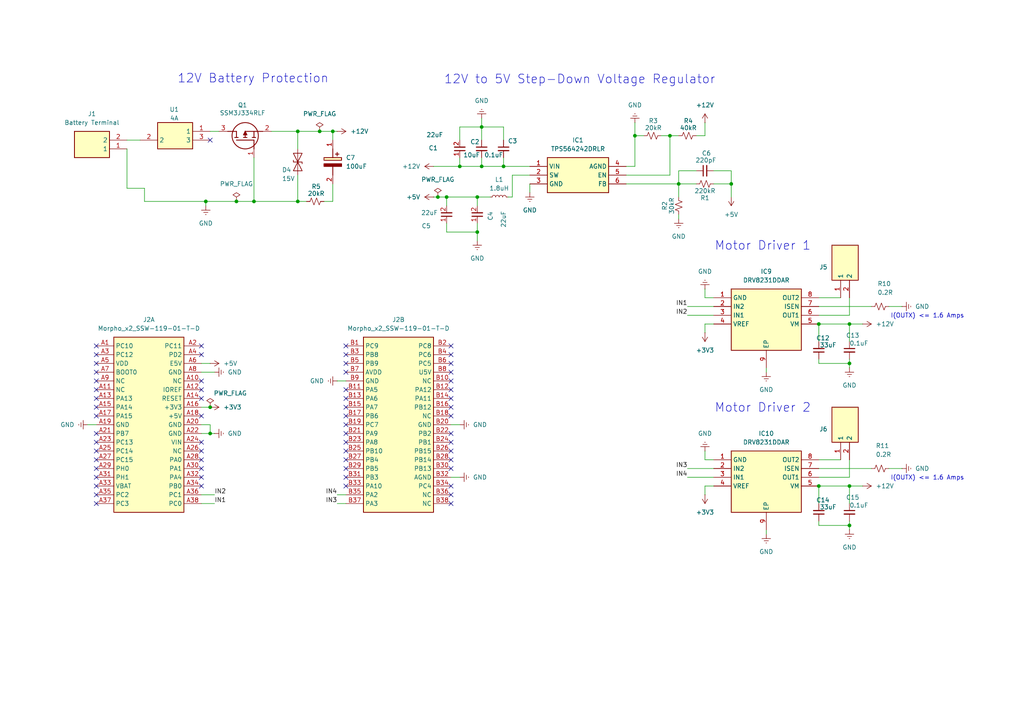
<source format=kicad_sch>
(kicad_sch (version 20250114) (generator "eeschema") (generator_version "9.0")
  (paper "A4")
  (text "I(OUTX) <= 1.6 Amps\n\n" (at 268.986 92.71 0) (effects (font (size 1.27 1.27))))
  (text "Motor Driver 2\n" (at 221.234 118.364 0) (effects (font (size 2.54 2.54))))
  (text "12V to 5V Step-Down Voltage Regulator\n" (at 168.148 23.114 0) (effects (font (size 2.54 2.54))))
  (text "Motor Driver 1\n" (at 221.234 71.374 0) (effects (font (size 2.54 2.54))))
  (text "I(OUTX) <= 1.6 Amps\n\n" (at 268.986 139.7 0) (effects (font (size 1.27 1.27))))
  (text "12V Battery Protection\n" (at 73.406 22.86 0) (effects (font (size 2.54 2.54))))
  (junction (at 60.96 118.11))
  (junction (at 59.69 58.42))
  (junction (at 194.31 39.37))
  (junction (at 146.05 48.26))
  (junction (at 139.7 36.83))
  (junction (at 246.38 140.97))
  (junction (at 246.38 152.4))
  (junction (at 184.15 39.37))
  (junction (at 92.71 38.1))
  (junction (at 96.52 38.1))
  (junction (at 127 57.15))
  (junction (at 196.85 53.34))
  (junction (at 86.36 38.1))
  (junction (at 86.36 58.42))
  (junction (at 237.49 93.98))
  (junction (at 138.43 57.15))
  (junction (at 212.09 53.34))
  (junction (at 246.38 105.41))
  (junction (at 133.35 48.26))
  (junction (at 237.49 140.97))
  (junction (at 68.58 58.42))
  (junction (at 73.66 58.42))
  (junction (at 139.7 48.26))
  (junction (at 246.38 93.98))
  (junction (at 129.54 57.15))
  (junction (at 60.96 125.73))
  (junction (at 138.43 67.31))
  (no_connect (at 130.81 146.05))
  (no_connect (at 100.33 138.43))
  (no_connect (at 100.33 113.03))
  (no_connect (at 58.42 110.49))
  (no_connect (at 58.42 140.97))
  (no_connect (at 100.33 123.19))
  (no_connect (at 27.94 110.49))
  (no_connect (at 27.94 105.41))
  (no_connect (at 27.94 115.57))
  (no_connect (at 27.94 102.87))
  (no_connect (at 130.81 118.11))
  (no_connect (at 130.81 135.89))
  (no_connect (at 27.94 128.27))
  (no_connect (at 27.94 100.33))
  (no_connect (at 130.81 133.35))
  (no_connect (at 60.96 40.64))
  (no_connect (at 27.94 120.65))
  (no_connect (at 27.94 146.05))
  (no_connect (at 27.94 143.51))
  (no_connect (at 100.33 115.57))
  (no_connect (at 130.81 128.27))
  (no_connect (at 100.33 120.65))
  (no_connect (at 58.42 113.03))
  (no_connect (at 130.81 120.65))
  (no_connect (at 130.81 100.33))
  (no_connect (at 130.81 143.51))
  (no_connect (at 27.94 133.35))
  (no_connect (at 130.81 110.49))
  (no_connect (at 100.33 118.11))
  (no_connect (at 130.81 105.41))
  (no_connect (at 100.33 102.87))
  (no_connect (at 27.94 118.11))
  (no_connect (at 130.81 130.81))
  (no_connect (at 100.33 135.89))
  (no_connect (at 130.81 102.87))
  (no_connect (at 27.94 113.03))
  (no_connect (at 27.94 107.95))
  (no_connect (at 100.33 105.41))
  (no_connect (at 58.42 115.57))
  (no_connect (at 27.94 125.73))
  (no_connect (at 27.94 130.81))
  (no_connect (at 27.94 135.89))
  (no_connect (at 100.33 107.95))
  (no_connect (at 58.42 102.87))
  (no_connect (at 100.33 130.81))
  (no_connect (at 58.42 130.81))
  (no_connect (at 130.81 113.03))
  (no_connect (at 58.42 135.89))
  (no_connect (at 100.33 133.35))
  (no_connect (at 130.81 125.73))
  (no_connect (at 100.33 140.97))
  (no_connect (at 58.42 120.65))
  (no_connect (at 58.42 100.33))
  (no_connect (at 58.42 133.35))
  (no_connect (at 58.42 128.27))
  (no_connect (at 130.81 115.57))
  (no_connect (at 58.42 138.43))
  (no_connect (at 27.94 140.97))
  (no_connect (at 100.33 125.73))
  (no_connect (at 100.33 128.27))
  (no_connect (at 27.94 138.43))
  (no_connect (at 130.81 107.95))
  (no_connect (at 100.33 100.33))
  (no_connect (at 130.81 140.97))
  (wire (pts (xy 58.42 123.19) (xy 60.96 123.19)))
  (wire (pts (xy 133.35 36.83) (xy 139.7 36.83)))
  (wire (pts (xy 246.38 140.97) (xy 246.38 146.05)))
  (wire (pts (xy 246.38 152.4) (xy 246.38 153.67)))
  (wire (pts (xy 146.05 48.26) (xy 153.67 48.26)))
  (wire (pts (xy 97.79 146.05) (xy 100.33 146.05)))
  (wire (pts (xy 129.54 57.15) (xy 129.54 59.69)))
  (wire (pts (xy 148.59 50.8) (xy 148.59 57.15)))
  (wire (pts (xy 58.42 125.73) (xy 60.96 125.73)))
  (wire (pts (xy 138.43 57.15) (xy 129.54 57.15)))
  (wire (pts (xy 237.49 104.14) (xy 237.49 105.41)))
  (wire (pts (xy 181.61 48.26) (xy 184.15 48.26)))
  (wire (pts (xy 181.61 53.34) (xy 196.85 53.34)))
  (wire (pts (xy 139.7 36.83) (xy 146.05 36.83)))
  (wire (pts (xy 97.79 143.51) (xy 100.33 143.51)))
  (wire (pts (xy 184.15 39.37) (xy 186.69 39.37)))
  (wire (pts (xy 68.58 58.42) (xy 73.66 58.42)))
  (wire (pts (xy 139.7 45.72) (xy 139.7 48.26)))
  (wire (pts (xy 139.7 34.29) (xy 139.7 36.83)))
  (wire (pts (xy 139.7 36.83) (xy 139.7 40.64)))
  (wire (pts (xy 194.31 50.8) (xy 181.61 50.8)))
  (wire (pts (xy 60.96 38.1) (xy 63.5 38.1)))
  (wire (pts (xy 204.47 86.36) (xy 204.47 83.82)))
  (wire (pts (xy 36.83 54.61) (xy 41.91 54.61)))
  (wire (pts (xy 153.67 53.34) (xy 153.67 55.88)))
  (wire (pts (xy 207.01 53.34) (xy 212.09 53.34)))
  (wire (pts (xy 58.42 143.51) (xy 62.23 143.51)))
  (wire (pts (xy 96.52 38.1) (xy 96.52 40.64)))
  (wire (pts (xy 246.38 138.43) (xy 246.38 133.35)))
  (wire (pts (xy 58.42 107.95) (xy 62.23 107.95)))
  (wire (pts (xy 204.47 39.37) (xy 201.93 39.37)))
  (wire (pts (xy 207.01 49.53) (xy 212.09 49.53)))
  (wire (pts (xy 246.38 93.98) (xy 250.19 93.98)))
  (wire (pts (xy 96.52 38.1) (xy 97.79 38.1)))
  (wire (pts (xy 199.39 138.43) (xy 207.01 138.43)))
  (wire (pts (xy 41.91 58.42) (xy 41.91 54.61)))
  (wire (pts (xy 246.38 91.44) (xy 246.38 86.36)))
  (wire (pts (xy 25.4 123.19) (xy 27.94 123.19)))
  (wire (pts (xy 246.38 105.41) (xy 246.38 106.68)))
  (wire (pts (xy 138.43 57.15) (xy 138.43 59.69)))
  (wire (pts (xy 133.35 48.26) (xy 139.7 48.26)))
  (wire (pts (xy 237.49 88.9) (xy 252.73 88.9)))
  (wire (pts (xy 125.73 57.15) (xy 127 57.15)))
  (wire (pts (xy 204.47 93.98) (xy 204.47 96.52)))
  (wire (pts (xy 204.47 35.56) (xy 204.47 39.37)))
  (wire (pts (xy 138.43 67.31) (xy 138.43 64.77)))
  (wire (pts (xy 237.49 105.41) (xy 246.38 105.41)))
  (wire (pts (xy 246.38 105.41) (xy 246.38 104.14)))
  (wire (pts (xy 41.91 58.42) (xy 59.69 58.42)))
  (wire (pts (xy 207.01 86.36) (xy 204.47 86.36)))
  (wire (pts (xy 207.01 93.98) (xy 204.47 93.98)))
  (wire (pts (xy 257.81 135.89) (xy 261.62 135.89)))
  (wire (pts (xy 125.73 48.26) (xy 133.35 48.26)))
  (wire (pts (xy 196.85 53.34) (xy 196.85 57.15)))
  (wire (pts (xy 237.49 86.36) (xy 243.84 86.36)))
  (wire (pts (xy 184.15 39.37) (xy 184.15 35.56)))
  (wire (pts (xy 246.38 93.98) (xy 246.38 99.06)))
  (wire (pts (xy 86.36 58.42) (xy 88.9 58.42)))
  (wire (pts (xy 207.01 133.35) (xy 204.47 133.35)))
  (wire (pts (xy 237.49 93.98) (xy 237.49 99.06)))
  (wire (pts (xy 60.96 123.19) (xy 60.96 125.73)))
  (wire (pts (xy 73.66 58.42) (xy 86.36 58.42)))
  (wire (pts (xy 246.38 152.4) (xy 246.38 151.13)))
  (wire (pts (xy 196.85 49.53) (xy 196.85 53.34)))
  (wire (pts (xy 237.49 93.98) (xy 246.38 93.98)))
  (wire (pts (xy 130.81 138.43) (xy 133.35 138.43)))
  (wire (pts (xy 96.52 53.34) (xy 96.52 58.42)))
  (wire (pts (xy 237.49 152.4) (xy 246.38 152.4)))
  (wire (pts (xy 196.85 62.23) (xy 196.85 63.5)))
  (wire (pts (xy 93.98 58.42) (xy 96.52 58.42)))
  (wire (pts (xy 92.71 38.1) (xy 96.52 38.1)))
  (wire (pts (xy 130.81 123.19) (xy 133.35 123.19)))
  (wire (pts (xy 138.43 67.31) (xy 138.43 69.85)))
  (wire (pts (xy 97.79 110.49) (xy 100.33 110.49)))
  (wire (pts (xy 153.67 50.8) (xy 148.59 50.8)))
  (wire (pts (xy 86.36 38.1) (xy 86.36 43.18)))
  (wire (pts (xy 199.39 91.44) (xy 207.01 91.44)))
  (wire (pts (xy 204.47 140.97) (xy 204.47 143.51)))
  (wire (pts (xy 191.77 39.37) (xy 194.31 39.37)))
  (wire (pts (xy 86.36 38.1) (xy 92.71 38.1)))
  (wire (pts (xy 147.32 57.15) (xy 148.59 57.15)))
  (wire (pts (xy 58.42 118.11) (xy 60.96 118.11)))
  (wire (pts (xy 184.15 48.26) (xy 184.15 39.37)))
  (wire (pts (xy 194.31 39.37) (xy 196.85 39.37)))
  (wire (pts (xy 201.93 49.53) (xy 196.85 49.53)))
  (wire (pts (xy 204.47 133.35) (xy 204.47 130.81)))
  (wire (pts (xy 129.54 64.77) (xy 129.54 67.31)))
  (wire (pts (xy 257.81 88.9) (xy 261.62 88.9)))
  (wire (pts (xy 60.96 125.73) (xy 62.23 125.73)))
  (wire (pts (xy 58.42 146.05) (xy 62.23 146.05)))
  (wire (pts (xy 58.42 105.41) (xy 60.96 105.41)))
  (wire (pts (xy 59.69 58.42) (xy 59.69 59.69)))
  (wire (pts (xy 212.09 57.15) (xy 212.09 53.34)))
  (wire (pts (xy 133.35 45.72) (xy 133.35 48.26)))
  (wire (pts (xy 196.85 53.34) (xy 201.93 53.34)))
  (wire (pts (xy 222.25 153.67) (xy 222.25 154.94)))
  (wire (pts (xy 146.05 36.83) (xy 146.05 40.64)))
  (wire (pts (xy 237.49 91.44) (xy 246.38 91.44)))
  (wire (pts (xy 36.83 40.64) (xy 40.64 40.64)))
  (wire (pts (xy 237.49 135.89) (xy 252.73 135.89)))
  (wire (pts (xy 222.25 106.68) (xy 222.25 107.95)))
  (wire (pts (xy 142.24 57.15) (xy 138.43 57.15)))
  (wire (pts (xy 139.7 48.26) (xy 146.05 48.26)))
  (wire (pts (xy 59.69 58.42) (xy 68.58 58.42)))
  (wire (pts (xy 146.05 45.72) (xy 146.05 48.26)))
  (wire (pts (xy 237.49 138.43) (xy 246.38 138.43)))
  (wire (pts (xy 207.01 140.97) (xy 204.47 140.97)))
  (wire (pts (xy 133.35 40.64) (xy 133.35 36.83)))
  (wire (pts (xy 73.66 45.72) (xy 73.66 58.42)))
  (wire (pts (xy 237.49 133.35) (xy 243.84 133.35)))
  (wire (pts (xy 246.38 140.97) (xy 250.19 140.97)))
  (wire (pts (xy 199.39 88.9) (xy 207.01 88.9)))
  (wire (pts (xy 127 57.15) (xy 129.54 57.15)))
  (wire (pts (xy 237.49 140.97) (xy 246.38 140.97)))
  (wire (pts (xy 237.49 151.13) (xy 237.49 152.4)))
  (wire (pts (xy 78.74 38.1) (xy 86.36 38.1)))
  (wire (pts (xy 237.49 140.97) (xy 237.49 146.05)))
  (wire (pts (xy 86.36 50.8) (xy 86.36 58.42)))
  (wire (pts (xy 199.39 135.89) (xy 207.01 135.89)))
  (wire (pts (xy 194.31 39.37) (xy 194.31 50.8)))
  (wire (pts (xy 36.83 43.18) (xy 36.83 54.61)))
  (wire (pts (xy 212.09 49.53) (xy 212.09 53.34)))
  (wire (pts (xy 129.54 67.31) (xy 138.43 67.31)))
  (label "IN3" (at 97.79 146.05 180))
  (label "IN2" (at 199.39 91.44 180))
  (label "IN1" (at 62.23 146.05 0))
  (label "IN4" (at 199.39 138.43 180))
  (label "IN1" (at 199.39 88.9 180))
  (label "IN4" (at 97.79 143.51 180))
  (label "IN2" (at 62.23 143.51 0))
  (label "IN3" (at 199.39 135.89 180))
  (symbol (lib_id "JAARK_lib:CL21B104KBCNNNC") (at 138.43 71.12 90) (unit 1)
    (property "Reference" "C4" (at 142.24 64.008 0) (effects (justify left)))
    (property "Value" "22uF" (at 146.05 66.04 0) (effects (justify left)))
    (property "Footprint" "JAARK_lib:CAPC2012X95N" (effects (hide yes)))
    (property "Description" "Unpolarized capacitor, small symbol" (effects (hide yes)))
    (property "Height" "0.95" (effects (hide yes)))
    (property "Manufacturer_Name" "SAMSUNG" (effects (hide yes)))
    (property "Manufacturer_Part_Number" "CL21B104KBCNNNC" (effects (hide yes)))
    (property "Mouser Part Number" "187-CL21B104KBCNNNC" (effects (hide yes)))
    (property "Mouser Price/Stock" "https://www.mouser.co.uk/ProductDetail/Samsung-Electro-Mechanics/CL21B104KBCNNNC?qs=349EhDEZ59pEfpnm5yBEmQ%3D%3D" (effects (hide yes)))
    (property "Arrow Part Number" "CL21B104KBCNNNC" (effects (hide yes)))
    (property "Arrow Price/Stock" "https://www.arrow.com/en/products/cl21b104kbcnnnc/samsung-electro-mechanics?utm_currency=USD&region=nac" (effects (hide yes)))
  )
  (symbol (lib_id "power:GNDREF") (at 25.4 123.19 270) (unit 1)
    (property "Reference" "#PWR045" (effects (hide yes)))
    (property "Value" "GND" (at 21.59 123.1899 90) (effects (justify right)))
    (property "Description" "Power symbol creates a global label with name \"GNDREF\" , reference supply ground" (effects (hide yes)))
  )
  (symbol (lib_id "JAARK_lib:DRV8231DDAR") (at 207.01 133.35 0) (unit 1)
    (property "Reference" "IC10" (at 222.25 125.73 0))
    (property "Value" "DRV8231DDAR" (at 222.25 128.27 0))
    (property "Footprint" "JAARK_lib:SOIC127P600X170-9N" (effects (hide yes)))
    (property "Datasheet" "https://www.ti.com/lit/ds/symlink/drv8231.pdf?HQS=dis-mous-null-mousermode-dsf-pf-null-wwe&ts=1677835700436&ref_url=https%253A%252F%252Fwww.mouser.ch%252F" (effects (hide yes)))
    (property "Description" "Motor Drives 33V H bridge motor driver with current regulation" (effects (hide yes)))
    (property "Height" "1.7" (effects (hide yes)))
    (property "Manufacturer_Name" "Texas Instruments" (effects (hide yes)))
    (property "Manufacturer_Part_Number" "DRV8231DDAR" (effects (hide yes)))
    (property "Mouser Part Number" "595-DRV8231DDAR" (effects (hide yes)))
    (property "Mouser Price/Stock" "https://www.mouser.co.uk/ProductDetail/Texas-Instruments/DRV8231DDAR?qs=Li%252BoUPsLEntrWPqBKwBOfA%3D%3D" (effects (hide yes)))
    (property "Arrow Part Number" "DRV8231DDAR" (effects (hide yes)))
    (property "Arrow Price/Stock" "https://www.arrow.com/en/products/drv8231ddar/texas-instruments?region=nac" (effects (hide yes)))
  )
  (symbol (lib_id "power:+5V") (at 212.09 57.15 180) (unit 1)
    (property "Reference" "#PWR06" (effects (hide yes)))
    (property "Value" "+5V" (at 212.09 62.23 0))
    (property "Description" "Power symbol creates a global label with name \"+5V\"" (effects (hide yes)))
  )
  (symbol (lib_id "SSys_Parts:1984617") (at 36.83 43.18 180) (unit 1) (exclude_from_sim yes)
    (property "Reference" "J1" (at 26.67 33.02 0))
    (property "Value" "Battery Terminal" (at 26.67 35.56 0))
    (property "Footprint" "JAARK_lib:1984617" (effects (hide yes)))
    (property "Datasheet" "https://datasheet.datasheetarchive.com/originals/distributors/Datasheets-DGA17/1074867.pdf" (effects (hide yes)))
    (property "Description" "PCB terminal block, Nominal current: 17.5 A, Nom. voltage: 200 V, Pitch: 3.5 mm, Number of positions: 2, Connection method: Screw connection with wire protector, Mounting: Wave soldering, Conductor/PCB connection direction: 0 , Color: green" (effects (hide yes)))
    (property "Height" "9.3" (effects (hide yes)))
    (property "Manufacturer_Name" "Phoenix Contact" (effects (hide yes)))
    (property "Manufacturer_Part_Number" "1984617" (effects (hide yes)))
    (property "Mouser Part Number" "651-1984617" (effects (hide yes)))
    (property "Mouser Price/Stock" "https://www.mouser.co.uk/ProductDetail/Phoenix-Contact/1984617?qs=ATjOrvm3mOhUrGlJQoUcpQ%3D%3D" (effects (hide yes)))
    (property "Arrow Part Number" "1984617" (effects (hide yes)))
    (property "Arrow Price/Stock" "https://www.arrow.com/en/products/1984617/phoenix-contact?utm_currency=USD&region=nac" (effects (hide yes)))
    (property "Sim.Device" "V" (effects (hide yes)))
    (property "Sim.Type" "DC" (effects (hide yes)))
    (property "Sim.Pins" "1=- 2=+" (effects (hide yes)))
    (property "Sim.Params" "dc=12" (effects (hide yes)))
  )
  (symbol (lib_id "Device:C_Small") (at 237.49 148.59 180) (unit 1)
    (property "Reference" "C14" (at 236.728 145.034 0) (effects (justify right)))
    (property "Value" "33uF" (at 237.744 147.066 0) (effects (justify right)))
    (property "Footprint" "JAARK_lib:CAPC3216X180N" (effects (hide yes)))
    (property "Description" "Unpolarized capacitor, small symbol" (effects (hide yes)))
    (property "Height" "1.8" (effects (hide yes)))
    (property "Manufacturer_Name" "TDK" (effects (hide yes)))
    (property "Manufacturer_Part_Number" "C3216X5R1E336M160AC" (effects (hide yes)))
    (property "Mouser Part Number" "810-C3216X5R1E336M" (effects (hide yes)))
    (property "Mouser Price/Stock" "https://www.mouser.co.uk/ProductDetail/TDK/C3216X5R1E336M160AC?qs=LcTL%2F5vFEzFIMvFz4LzwTw%3D%3D" (effects (hide yes)))
    (property "Arrow Part Number" "C3216X5R1E336M160AC" (effects (hide yes)))
    (property "Arrow Price/Stock" "https://www.arrow.com/en/products/c3216x5r1e336m160ac/tdk" (effects (hide yes)))
  )
  (symbol (lib_id "power:GNDREF") (at 196.85 63.5 0) (unit 1)
    (property "Reference" "#PWR07" (effects (hide yes)))
    (property "Value" "GND" (at 196.85 68.58 0))
    (property "Description" "Power symbol creates a global label with name \"GNDREF\" , reference supply ground" (effects (hide yes)))
  )
  (symbol (lib_id "power:+12V") (at 97.79 38.1 270) (unit 1)
    (property "Reference" "#PWR011" (effects (hide yes)))
    (property "Value" "+12V" (at 101.6 38.0999 90) (effects (justify left)))
    (property "Description" "Power symbol creates a global label with name \"+12V\"" (effects (hide yes)))
  )
  (symbol (lib_id "power:+12V") (at 250.19 93.98 270) (unit 1)
    (property "Reference" "#PWR033" (effects (hide yes)))
    (property "Value" "+12V" (at 254 93.9799 90) (effects (justify left)))
    (property "Description" "Power symbol creates a global label with name \"+12V\"" (effects (hide yes)))
  )
  (symbol (lib_id "power:GNDREF") (at 204.47 130.81 180) (unit 1)
    (property "Reference" "#PWR036" (effects (hide yes)))
    (property "Value" "GND" (at 204.47 125.73 0))
    (property "Description" "Power symbol creates a global label with name \"GNDREF\" , reference supply ground" (effects (hide yes)))
  )
  (symbol (lib_id "JAARK_lib:R_Small_US") (at 255.27 88.9 90) (unit 1)
    (property "Reference" "R10" (at 254.508 82.296 90) (effects (justify right)))
    (property "Value" "0.2R" (at 254.508 84.836 90) (effects (justify right)))
    (property "Footprint" "JAARK_lib:RESC2013X65N" (effects (hide yes)))
    (property "Datasheet" "http://componentsearchengine.com/Datasheets/1/RL1220S-R20-F.pdf" (effects (hide yes)))
    (property "Description" "RESISTOR, 0805 0.2 Ohm +/- 1% 1/4W" (effects (hide yes)))
    (property "Manufacturer_Name" "Susumu" (effects (hide yes)))
    (property "Manufacturer_Part_Number" "RL1220S-R20-F" (effects (hide yes)))
    (property "Mouser Part Number" "754-RL1220S-R20-F" (effects (hide yes)))
    (property "Mouser Price/Stock" "https://www.mouser.co.uk/ProductDetail/Susumu/RL1220S-R20-F?qs=CJ5eSktU8iwMi0y7Brie5g%3D%3D" (effects (hide yes)))
  )
  (symbol (lib_id "power:GNDREF") (at 59.69 59.69 0) (unit 1)
    (property "Reference" "#PWR010" (effects (hide yes)))
    (property "Value" "GND" (at 59.69 64.77 0))
    (property "Description" "Power symbol creates a global label with name \"GNDREF\" , reference supply ground" (effects (hide yes)))
  )
  (symbol (lib_id "power:PWR_FLAG") (at 92.71 38.1 0) (unit 1)
    (property "Reference" "#FLG03" (effects (hide yes)))
    (property "Value" "PWR_FLAG" (at 92.71 33.02 0))
    (property "Description" "Special symbol for telling ERC where power comes from" (effects (hide yes)))
  )
  (symbol (lib_id "Device:L_Small") (at 144.78 57.15 90) (unit 1)
    (property "Reference" "L1" (at 144.78 52.07 90))
    (property "Value" "1.8uH" (at 144.78 54.61 90))
    (property "Footprint" "JAARK_lib:INDPM4141X200N" (effects (hide yes)))
    (property "Description" "Inductor, small symbol" (effects (hide yes)))
    (property "Height" "2" (effects (hide yes)))
    (property "Manufacturer_Name" "Wurth Elektronik" (effects (hide yes)))
    (property "Manufacturer_Part_Number" "74438356018" (effects (hide yes)))
    (property "Mouser Part Number" "710-74438356018" (effects (hide yes)))
    (property "Mouser Price/Stock" "https://www.mouser.co.uk/ProductDetail/Wurth-Elektronik/74438356018?qs=E1W0Z3PUSacWr7bOT88XTQ%3D%3D" (effects (hide yes)))
  )
  (symbol (lib_id "power:GNDREF") (at 246.38 106.68 0) (unit 1)
    (property "Reference" "#PWR034" (effects (hide yes)))
    (property "Value" "GND" (at 246.38 111.76 0))
    (property "Description" "Power symbol creates a global label with name \"GNDREF\" , reference supply ground" (effects (hide yes)))
  )
  (symbol (lib_id "JAARK_lib:Morpho_x2_SSW-119-01-T-D") (at 27.94 100.33 0) (unit 1) (in_bom no)
    (property "Reference" "J2" (at 43.18 92.71 0))
    (property "Value" "Morpho_x2_SSW-119-01-T-D" (at 43.18 95.25 0))
    (property "Footprint" "JAARK_lib:STM_Nucleo_Morpho_x2_Footprint" (effects (hide yes)))
    (property "Datasheet" "https://suddendocs.samtec.com/catalog_english/ssw_th.pdf" (effects (hide yes)))
    (property "Description" "38 Position Receptacle Connector 0.100\" (2.54mm) Through Hole Tin" (effects (hide yes)))
    (property "Height" "8.51" (effects (hide yes)))
    (property "Manufacturer_Name" "SAMTEC" (effects (hide yes)))
    (property "Manufacturer_Part_Number" "SSW-119-01-T-D" (effects (hide yes)))
    (property "Mouser Part Number" "200-SSW11901TD" (effects (hide yes)))
    (property "Mouser Price/Stock" "https://www.mouser.co.uk/ProductDetail/Samtec/SSW-119-01-T-D?qs=rU5fayqh%252BE1z%252B6BRrcprOg%3D%3D" (effects (hide yes)))
    (property "Arrow Part Number" "SSW-119-01-T-D" (effects (hide yes)))
    (property "Arrow Price/Stock" "null?region=nac" (effects (hide yes)))
  )
  (symbol (lib_id "power:GNDREF") (at 133.35 123.19 90) (unit 1)
    (property "Reference" "#PWR012" (effects (hide yes)))
    (property "Value" "GND" (at 137.16 123.1899 90) (effects (justify right)))
    (property "Description" "Power symbol creates a global label with name \"GNDREF\" , reference supply ground" (effects (hide yes)))
  )
  (symbol (lib_id "JAARK_lib:CL21B104KBCNNNC") (at 133.35 52.07 90) (unit 1)
    (property "Reference" "C1" (at 127 42.926 90) (effects (justify left)))
    (property "Value" "22uF" (at 128.524 39.116 90) (effects (justify left)))
    (property "Footprint" "JAARK_lib:CAPC2012X95N" (effects (hide yes)))
    (property "Description" "Unpolarized capacitor, small symbol" (effects (hide yes)))
    (property "MPN" "CL21A226MAYNNNE" (effects (hide yes)))
    (property "Height" "0.95" (effects (hide yes)))
    (property "Manufacturer_Name" "SAMSUNG" (effects (hide yes)))
    (property "Manufacturer_Part_Number" "CL21B104KBCNNNC" (effects (hide yes)))
    (property "Mouser Part Number" "187-CL21B104KBCNNNC" (effects (hide yes)))
    (property "Mouser Price/Stock" "https://www.mouser.co.uk/ProductDetail/Samsung-Electro-Mechanics/CL21B104KBCNNNC?qs=349EhDEZ59pEfpnm5yBEmQ%3D%3D" (effects (hide yes)))
    (property "Arrow Part Number" "CL21B104KBCNNNC" (effects (hide yes)))
    (property "Arrow Price/Stock" "https://www.arrow.com/en/products/cl21b104kbcnnnc/samsung-electro-mechanics?utm_currency=USD&region=nac" (effects (hide yes)))
  )
  (symbol (lib_id "power:+12V") (at 125.73 48.26 90) (unit 1)
    (property "Reference" "#PWR02" (effects (hide yes)))
    (property "Value" "+12V" (at 121.92 48.2599 90) (effects (justify left)))
    (property "Description" "Power symbol creates a global label with name \"+12V\"" (effects (hide yes)))
  )
  (symbol (lib_id "power:+12V") (at 250.19 140.97 270) (unit 1)
    (property "Reference" "#PWR040" (effects (hide yes)))
    (property "Value" "+12V" (at 254 140.9699 90) (effects (justify left)))
    (property "Description" "Power symbol creates a global label with name \"+12V\"" (effects (hide yes)))
  )
  (symbol (lib_id "power:GNDREF") (at 184.15 35.56 180) (unit 1)
    (property "Reference" "#PWR01" (effects (hide yes)))
    (property "Value" "GND" (at 184.15 30.48 0))
    (property "Description" "Power symbol creates a global label with name \"GNDREF\" , reference supply ground" (effects (hide yes)))
  )
  (symbol (lib_id "power:GNDREF") (at 261.62 88.9 90) (unit 1)
    (property "Reference" "#PWR032" (effects (hide yes)))
    (property "Value" "GND" (at 265.43 88.8999 90) (effects (justify right)))
    (property "Description" "Power symbol creates a global label with name \"GNDREF\" , reference supply ground" (effects (hide yes)))
  )
  (symbol (lib_id "JAARK_lib:3586TR") (at 60.96 40.64 180) (unit 1)
    (property "Reference" "U1" (at 50.546 31.75 0))
    (property "Value" "4A" (at 50.546 34.29 0))
    (property "Footprint" "JAARK_lib:3586TR" (effects (hide yes)))
    (property "Datasheet" "https://www.mouser.co.uk/datasheet/2/215/3586TR-741548.pdf" (effects (hide yes)))
    (property "Description" "Fuse Clips SMT Fuse Clip on Tape/Reel" (effects (hide yes)))
    (property "Height" "7.41" (effects (hide yes)))
    (property "Manufacturer_Name" "Keystone Electronics" (effects (hide yes)))
    (property "Manufacturer_Part_Number" "3586TR" (effects (hide yes)))
    (property "Mouser Part Number" "534-3586TR" (effects (hide yes)))
    (property "Mouser Price/Stock" "https://www.mouser.co.uk/ProductDetail/Keystone-Electronics/3586TR?qs=BMR1h6ig6pAYeXjmnRaR8A%3D%3D" (effects (hide yes)))
  )
  (symbol (lib_id "JAARK_lib:SSM3J334R,LF") (at 73.66 45.72 90) (unit 1)
    (property "Reference" "Q1" (at 70.358 30.48 90))
    (property "Value" "SSM3J334RLF" (at 70.358 32.766 90))
    (property "Footprint" "JAARK_lib:2SC2712GRLF" (effects (hide yes)))
    (property "Datasheet" "https://toshiba.semicon-storage.com/info/docget.jsp?did=5579&prodName=SSM3J334R" (effects (hide yes)))
    (property "Description" "Trans MOSFET P-CH Si 30V 4A 3-Pin SOT-23F T/R" (effects (hide yes)))
    (property "Height" "0.88" (effects (hide yes)))
    (property "Manufacturer_Name" "Toshiba" (effects (hide yes)))
    (property "Manufacturer_Part_Number" "SSM3J334R,LF" (effects (hide yes)))
    (property "Mouser Part Number" "757-SSM3J334RLF" (effects (hide yes)))
    (property "Mouser Price/Stock" "https://www.mouser.co.uk/ProductDetail/Toshiba/SSM3J334RLF?qs=PiFplXvYe5VBSYhr6TJz8A%3D%3D" (effects (hide yes)))
    (property "Arrow Part Number" "SSM3J334R,LF" (effects (hide yes)))
    (property "Arrow Price/Stock" "https://www.arrow.com/en/products/ssm3j334rlf/toshiba?region=nac" (effects (hide yes)))
  )
  (symbol (lib_id "power:+5V") (at 125.73 57.15 90) (unit 1)
    (property "Reference" "#PWR05" (effects (hide yes)))
    (property "Value" "+5V" (at 121.92 57.1499 90) (effects (justify left)))
    (property "Description" "Power symbol creates a global label with name \"+5V\"" (effects (hide yes)))
  )
  (symbol (lib_id "power:GNDREF") (at 138.43 69.85 0) (unit 1)
    (property "Reference" "#PWR08" (effects (hide yes)))
    (property "Value" "GND" (at 138.43 74.93 0))
    (property "Description" "Power symbol creates a global label with name \"GNDREF\" , reference supply ground" (effects (hide yes)))
  )
  (symbol (lib_id "power:+5V") (at 60.96 105.41 270) (unit 1)
    (property "Reference" "#PWR042" (effects (hide yes)))
    (property "Value" "+5V" (at 64.77 105.4099 90) (effects (justify left)))
    (property "Description" "Power symbol creates a global label with name \"+5V\"" (effects (hide yes)))
  )
  (symbol (lib_id "power:PWR_FLAG") (at 127 57.15 0) (unit 1)
    (property "Reference" "#FLG02" (effects (hide yes)))
    (property "Value" "PWR_FLAG" (at 127 52.07 0))
    (property "Description" "Special symbol for telling ERC where power comes from" (effects (hide yes)))
  )
  (symbol (lib_id "power:GNDREF") (at 97.79 110.49 270) (unit 1)
    (property "Reference" "#PWR044" (effects (hide yes)))
    (property "Value" "GND" (at 93.98 110.4899 90) (effects (justify right)))
    (property "Description" "Power symbol creates a global label with name \"GNDREF\" , reference supply ground" (effects (hide yes)))
  )
  (symbol (lib_id "power:PWR_FLAG") (at 60.96 118.11 0) (unit 1)
    (property "Reference" "#FLG01" (effects (hide yes)))
    (property "Value" "PWR_FLAG" (at 66.802 114.046 0))
    (property "Description" "Special symbol for telling ERC where power comes from" (effects (hide yes)))
  )
  (symbol (lib_id "Device:C_Small") (at 146.05 43.18 0) (unit 1)
    (property "Reference" "C3" (at 147.32 40.894 0) (effects (justify left)))
    (property "Value" "0.1uF" (at 140.462 44.958 0) (effects (justify left)))
    (property "Footprint" "JAARK_lib:C0805" (effects (hide yes)))
    (property "Datasheet" "https://content.kemet.com/datasheets/KEM_C1002_X7R_SMD.pdf" (effects (hide yes)))
    (property "Description" "SMD Comm X7R, Ceramic, 0.1 uF, 10%, 50 VDC, 125 VDC, 125C, -55C, X7R, SMD, MLCC, Temperature Stable, Class II, 2.5 % , 5 GOhms, 11 mg, 0805, 2mm, 1.25mm, 0.78mm, 0.75mm, 0.5mm, 4000, 78  Weeks, 80" (effects (hide yes)))
    (property "Height" "1.1" (effects (hide yes)))
    (property "Manufacturer_Name" "KEMET" (effects (hide yes)))
    (property "Manufacturer_Part_Number" "C0805C104K5RACTU" (effects (hide yes)))
    (property "Mouser Part Number" "80-C0805C104K5R" (effects (hide yes)))
    (property "Mouser Price/Stock" "https://www.mouser.co.uk/ProductDetail/KEMET/C0805C104K5RACTU?qs=Pc30aiB8zWUISNb2Qeyxfw%3D%3D" (effects (hide yes)))
    (property "Arrow Part Number" "C0805C104K5RACTU" (effects (hide yes)))
    (property "Arrow Price/Stock" "https://www.arrow.com/en/products/c0805c104k5ractu/kemet-corporation?utm_currency=USD&region=nac" (effects (hide yes)))
  )
  (symbol (lib_id "power:GNDREF") (at 153.67 55.88 0) (unit 1)
    (property "Reference" "#PWR04" (effects (hide yes)))
    (property "Value" "GND" (at 153.67 60.96 0))
    (property "Description" "Power symbol creates a global label with name \"GNDREF\" , reference supply ground" (effects (hide yes)))
  )
  (symbol (lib_id "Device:R_Small_US") (at 199.39 39.37 270) (unit 1)
    (property "Reference" "R4" (at 199.644 35.052 90))
    (property "Value" "40kR" (at 199.644 37.084 90))
    (property "Footprint" "JAARK_lib:RESC2012X60N" (effects (hide yes)))
    (property "Description" "Resistor, small US symbol" (effects (hide yes)))
    (property "Height" "0.6" (effects (hide yes)))
    (property "Manufacturer_Name" "KEMET" (effects (hide yes)))
    (property "Manufacturer_Part_Number" "RC0805FR-0740K2L" (effects (hide yes)))
    (property "Mouser Part Number" "603-RC0805FR-0740K2L" (effects (hide yes)))
    (property "Mouser Price/Stock" "https://www.mouser.co.uk/ProductDetail/Yageo/RC0805FR-0740K2L?qs=QrWOOBGzeCbZpVapvyHnwA%3D%3D" (effects (hide yes)))
    (property "Arrow Part Number" "RC0805FR-0740K2L" (effects (hide yes)))
    (property "Arrow Price/Stock" "https://www.arrow.com/en/products/rc0805fr-0740k2l/yageo" (effects (hide yes)))
  )
  (symbol (lib_id "power:+3V3") (at 204.47 96.52 180) (unit 1)
    (property "Reference" "#PWR031" (effects (hide yes)))
    (property "Value" "+3V3" (at 204.47 101.6 0))
    (property "Description" "Power symbol creates a global label with name \"+3V3\"" (effects (hide yes)))
  )
  (symbol (lib_id "Device:R_Small_US") (at 204.47 53.34 270) (unit 1)
    (property "Reference" "R1" (at 204.47 57.404 90))
    (property "Value" "220kR" (at 204.47 55.372 90))
    (property "Footprint" "JAARK_lib:RESC2012X65N" (effects (hide yes)))
    (property "Description" "Resistor, small US symbol" (effects (hide yes)))
    (property "Height" "0.65" (effects (hide yes)))
    (property "Manufacturer_Name" "TE Connectivity" (effects (hide yes)))
    (property "Manufacturer_Part_Number" "CRG0805F220K" (effects (hide yes)))
    (property "Mouser Part Number" "279-CRG0805F220K" (effects (hide yes)))
    (property "Mouser Price/Stock" "https://www.mouser.co.uk/ProductDetail/TE-Connectivity-Holsworthy/CRG0805F220K?qs=VHcS2MTj4gaPD9M6gnsEBg%3D%3D" (effects (hide yes)))
    (property "Arrow Part Number" "CRG0805F220K" (effects (hide yes)))
    (property "Arrow Price/Stock" "https://www.arrow.com/en/products/crg0805f220k/te-connectivity" (effects (hide yes)))
  )
  (symbol (lib_id "power:GNDREF") (at 222.25 107.95 0) (unit 1)
    (property "Reference" "#PWR035" (effects (hide yes)))
    (property "Value" "GND" (at 222.25 113.03 0))
    (property "Description" "Power symbol creates a global label with name \"GNDREF\" , reference supply ground" (effects (hide yes)))
  )
  (symbol (lib_id "power:GNDREF") (at 133.35 138.43 90) (unit 1)
    (property "Reference" "#PWR013" (effects (hide yes)))
    (property "Value" "GND" (at 137.16 138.4299 90) (effects (justify right)))
    (property "Description" "Power symbol creates a global label with name \"GNDREF\" , reference supply ground" (effects (hide yes)))
  )
  (symbol (lib_id "Device:R_Small_US") (at 91.44 58.42 270) (unit 1)
    (property "Reference" "R5" (at 91.694 54.102 90))
    (property "Value" "20kR" (at 91.694 56.134 90))
    (property "Footprint" "JAARK_lib:RESC2012X50N" (effects (hide yes)))
    (property "Datasheet" "http://www.susumu.co.jp/common/pdf/n_catalog_partition01_en.pdf" (effects (hide yes)))
    (property "Description" "Thin Film Resistors - SMD 1/8W 20K Ohms 0.1% 0805 25ppm" (effects (hide yes)))
    (property "Height" "0.5" (effects (hide yes)))
    (property "Manufacturer_Name" "Susumu" (effects (hide yes)))
    (property "Manufacturer_Part_Number" "RG2012P-203-B-T5" (effects (hide yes)))
    (property "Mouser Part Number" "754-RG2012P-203-B-T5" (effects (hide yes)))
    (property "Mouser Price/Stock" "https://www.mouser.co.uk/ProductDetail/Susumu/RG2012P-203-B-T5?qs=juJhw1yPxAE0uzMTBmg8Hw%3D%3D" (effects (hide yes)))
  )
  (symbol (lib_id "JAARK_lib:CL21B104KBCNNNC") (at 129.54 71.12 90) (unit 1)
    (property "Reference" "C5" (at 124.968 65.532 90) (effects (justify left)))
    (property "Value" "22uF" (at 127 61.722 90) (effects (justify left)))
    (property "Footprint" "JAARK_lib:CAPC2012X95N" (effects (hide yes)))
    (property "Description" "Unpolarized capacitor, small symbol" (effects (hide yes)))
    (property "Height" "0.95" (effects (hide yes)))
    (property "Manufacturer_Name" "SAMSUNG" (effects (hide yes)))
    (property "Manufacturer_Part_Number" "CL21B104KBCNNNC" (effects (hide yes)))
    (property "Mouser Part Number" "187-CL21B104KBCNNNC" (effects (hide yes)))
    (property "Mouser Price/Stock" "https://www.mouser.co.uk/ProductDetail/Samsung-Electro-Mechanics/CL21B104KBCNNNC?qs=349EhDEZ59pEfpnm5yBEmQ%3D%3D" (effects (hide yes)))
    (property "Arrow Part Number" "CL21B104KBCNNNC" (effects (hide yes)))
    (property "Arrow Price/Stock" "https://www.arrow.com/en/products/cl21b104kbcnnnc/samsung-electro-mechanics?utm_currency=USD&region=nac" (effects (hide yes)))
  )
  (symbol (lib_id "power:GNDREF") (at 246.38 153.67 0) (unit 1)
    (property "Reference" "#PWR039" (effects (hide yes)))
    (property "Value" "GND" (at 246.38 158.75 0))
    (property "Description" "Power symbol creates a global label with name \"GNDREF\" , reference supply ground" (effects (hide yes)))
  )
  (symbol (lib_id "power:GNDREF") (at 139.7 34.29 180) (unit 1)
    (property "Reference" "#PWR03" (effects (hide yes)))
    (property "Value" "GND" (at 139.7 29.21 0))
    (property "Description" "Power symbol creates a global label with name \"GNDREF\" , reference supply ground" (effects (hide yes)))
  )
  (symbol (lib_id "Device:C_Small") (at 246.38 101.6 0) (unit 1)
    (property "Reference" "C13" (at 245.364 97.282 0) (effects (justify left)))
    (property "Value" "0.1uF" (at 246.38 99.568 0) (effects (justify left)))
    (property "Footprint" "JAARK_lib:C0805" (effects (hide yes)))
    (property "Datasheet" "https://content.kemet.com/datasheets/KEM_C1002_X7R_SMD.pdf" (effects (hide yes)))
    (property "Description" "SMD Comm X7R, Ceramic, 0.1 uF, 10%, 50 VDC, 125 VDC, 125C, -55C, X7R, SMD, MLCC, Temperature Stable, Class II, 2.5 % , 5 GOhms, 11 mg, 0805, 2mm, 1.25mm, 0.78mm, 0.75mm, 0.5mm, 4000, 78  Weeks, 80" (effects (hide yes)))
    (property "Height" "1.1" (effects (hide yes)))
    (property "Manufacturer_Name" "KEMET" (effects (hide yes)))
    (property "Manufacturer_Part_Number" "C0805C104K5RACTU" (effects (hide yes)))
    (property "Mouser Part Number" "80-C0805C104K5R" (effects (hide yes)))
    (property "Mouser Price/Stock" "https://www.mouser.co.uk/ProductDetail/KEMET/C0805C104K5RACTU?qs=Pc30aiB8zWUISNb2Qeyxfw%3D%3D" (effects (hide yes)))
    (property "Arrow Part Number" "C0805C104K5RACTU" (effects (hide yes)))
    (property "Arrow Price/Stock" "https://www.arrow.com/en/products/c0805c104k5ractu/kemet-corporation?utm_currency=USD&region=nac" (effects (hide yes)))
  )
  (symbol (lib_id "SSys_Parts:1984617") (at 243.84 133.35 90) (unit 1)
    (property "Reference" "J6" (at 240.03 124.4601 90) (effects (justify left)))
    (property "Footprint" "JAARK_lib:1984617" (effects (hide yes)))
    (property "Datasheet" "https://datasheet.datasheetarchive.com/originals/distributors/Datasheets-DGA17/1074867.pdf" (effects (hide yes)))
    (property "Description" "PCB terminal block, Nominal current: 17.5 A, Nom. voltage: 200 V, Pitch: 3.5 mm, Number of positions: 2, Connection method: Screw connection with wire protector, Mounting: Wave soldering, Conductor/PCB connection direction: 0 , Color: green" (effects (hide yes)))
    (property "Height" "9.3" (effects (hide yes)))
    (property "Manufacturer_Name" "Phoenix Contact" (effects (hide yes)))
    (property "Manufacturer_Part_Number" "1984617" (effects (hide yes)))
    (property "Mouser Part Number" "651-1984617" (effects (hide yes)))
    (property "Mouser Price/Stock" "https://www.mouser.co.uk/ProductDetail/Phoenix-Contact/1984617?qs=ATjOrvm3mOhUrGlJQoUcpQ%3D%3D" (effects (hide yes)))
    (property "Arrow Part Number" "1984617" (effects (hide yes)))
    (property "Arrow Price/Stock" "https://www.arrow.com/en/products/1984617/phoenix-contact?utm_currency=USD&region=nac" (effects (hide yes)))
    (property "Sim.Library" "C:\\Users\\jonar\\Desktop\\SPG30_270K.sub" (effects (hide yes)))
    (property "Sim.Name" "SPG30_270K" (effects (hide yes)))
    (property "Sim.Device" "SUBCKT" (effects (hide yes)))
    (property "Sim.Pins" "1=V+ 2=V-" (effects (hide yes)))
  )
  (symbol (lib_id "power:+3V3") (at 204.47 143.51 180) (unit 1)
    (property "Reference" "#PWR037" (effects (hide yes)))
    (property "Value" "+3V3" (at 204.47 148.59 0))
    (property "Description" "Power symbol creates a global label with name \"+3V3\"" (effects (hide yes)))
  )
  (symbol (lib_id "power:GNDREF") (at 204.47 83.82 180) (unit 1)
    (property "Reference" "#PWR030" (effects (hide yes)))
    (property "Value" "GND" (at 204.47 78.74 0))
    (property "Description" "Power symbol creates a global label with name \"GNDREF\" , reference supply ground" (effects (hide yes)))
  )
  (symbol (lib_id "JAARK_lib:Morpho_x2_SSW-119-01-T-D") (at 100.33 100.33 0) (unit 2) (in_bom no)
    (property "Reference" "J2" (at 115.57 92.71 0))
    (property "Value" "Morpho_x2_SSW-119-01-T-D" (at 115.57 95.25 0))
    (property "Footprint" "JAARK_lib:STM_Nucleo_Morpho_x2_Footprint" (effects (hide yes)))
    (property "Datasheet" "https://suddendocs.samtec.com/catalog_english/ssw_th.pdf" (effects (hide yes)))
    (property "Description" "38 Position Receptacle Connector 0.100\" (2.54mm) Through Hole Tin" (effects (hide yes)))
    (property "Height" "8.51" (effects (hide yes)))
    (property "Manufacturer_Name" "SAMTEC" (effects (hide yes)))
    (property "Manufacturer_Part_Number" "SSW-119-01-T-D" (effects (hide yes)))
    (property "Mouser Part Number" "200-SSW11901TD" (effects (hide yes)))
    (property "Mouser Price/Stock" "https://www.mouser.co.uk/ProductDetail/Samtec/SSW-119-01-T-D?qs=rU5fayqh%252BE1z%252B6BRrcprOg%3D%3D" (effects (hide yes)))
    (property "Arrow Part Number" "SSW-119-01-T-D" (effects (hide yes)))
    (property "Arrow Price/Stock" "null?region=nac" (effects (hide yes)))
  )
  (symbol (lib_id "power:GNDREF") (at 261.62 135.89 90) (unit 1)
    (property "Reference" "#PWR041" (effects (hide yes)))
    (property "Value" "GND" (at 265.43 135.8899 90) (effects (justify right)))
    (property "Description" "Power symbol creates a global label with name \"GNDREF\" , reference supply ground" (effects (hide yes)))
  )
  (symbol (lib_id "Diode:ESD9B3.3ST5G") (at 86.36 46.99 90) (unit 1)
    (property "Reference" "D4" (at 81.788 49.276 90) (effects (justify right)))
    (property "Value" "15V" (at 81.788 51.816 90) (effects (justify right)))
    (property "Footprint" "JAARK_lib:SODFL3616X135N" (effects (hide yes)))
    (property "Datasheet" "https://www.mccsemi.com/pdf/products/SMF5.0-170(SOD-123FL).pdf" (effects (hide yes)))
    (property "Description" "Uni and Bi-directional Type Available (Suffix\"C\"means Bi-directional)  Surface Mount  Low Clamping Voltage  Small, High Thermal Efficiency  Halogen Free. Green Device (Note 1)  Moisture Sensitivity Level 1  Epoxy Meets UL 94 V-0 Flammability Rating  Lead Free Finish/RoHS Compliant (Note 2) (\"P\" Suffix Designates RoHS Compliant. See Ordering Information)" (effects (hide yes)))
    (property "Height" "1.35" (effects (hide yes)))
    (property "Manufacturer_Name" "MCC" (effects (hide yes)))
    (property "Manufacturer_Part_Number" "SMF12CA" (effects (hide yes)))
  )
  (symbol (lib_id "Device:C_Small") (at 237.49 101.6 180) (unit 1)
    (property "Reference" "C12" (at 236.728 98.044 0) (effects (justify right)))
    (property "Value" "33uF" (at 237.744 100.076 0) (effects (justify right)))
    (property "Footprint" "JAARK_lib:CAPC3216X180N" (effects (hide yes)))
    (property "Description" "Unpolarized capacitor, small symbol" (effects (hide yes)))
    (property "Height" "1.8" (effects (hide yes)))
    (property "Manufacturer_Name" "TDK" (effects (hide yes)))
    (property "Manufacturer_Part_Number" "C3216X5R1E336M160AC" (effects (hide yes)))
    (property "Mouser Part Number" "810-C3216X5R1E336M" (effects (hide yes)))
    (property "Mouser Price/Stock" "https://www.mouser.co.uk/ProductDetail/TDK/C3216X5R1E336M160AC?qs=LcTL%2F5vFEzFIMvFz4LzwTw%3D%3D" (effects (hide yes)))
    (property "Arrow Part Number" "C3216X5R1E336M160AC" (effects (hide yes)))
    (property "Arrow Price/Stock" "https://www.arrow.com/en/products/c3216x5r1e336m160ac/tdk" (effects (hide yes)))
  )
  (symbol (lib_id "Device:R_Small_US") (at 255.27 135.89 90) (unit 1)
    (property "Reference" "R11" (at 254 129.286 90) (effects (justify right)))
    (property "Value" "0.2R" (at 254 131.826 90) (effects (justify right)))
    (property "Footprint" "JAARK_lib:RESC2013X65N" (effects (hide yes)))
    (property "Datasheet" "http://componentsearchengine.com/Datasheets/1/RL1220S-R20-F.pdf" (effects (hide yes)))
    (property "Description" "RESISTOR, 0805 0.2 Ohm +/- 1% 1/4W" (effects (hide yes)))
    (property "Manufacturer_Name" "Susumu" (effects (hide yes)))
    (property "Manufacturer_Part_Number" "RL1220S-R20-F" (effects (hide yes)))
    (property "Mouser Part Number" "754-RL1220S-R20-F" (effects (hide yes)))
    (property "Mouser Price/Stock" "https://www.mouser.co.uk/ProductDetail/Susumu/RL1220S-R20-F?qs=CJ5eSktU8iwMi0y7Brie5g%3D%3D" (effects (hide yes)))
  )
  (symbol (lib_id "power:GNDREF") (at 222.25 154.94 0) (unit 1)
    (property "Reference" "#PWR038" (effects (hide yes)))
    (property "Value" "GND" (at 222.25 160.02 0))
    (property "Description" "Power symbol creates a global label with name \"GNDREF\" , reference supply ground" (effects (hide yes)))
  )
  (symbol (lib_id "power:PWR_FLAG") (at 68.58 58.42 0) (unit 1)
    (property "Reference" "#FLG04" (effects (hide yes)))
    (property "Value" "PWR_FLAG" (at 68.58 53.34 0))
    (property "Description" "Special symbol for telling ERC where power comes from" (effects (hide yes)))
  )
  (symbol (lib_id "power:+3V3") (at 60.96 118.11 270) (unit 1)
    (property "Reference" "#PWR046" (effects (hide yes)))
    (property "Value" "+3V3" (at 64.77 118.1099 90) (effects (justify left)))
    (property "Description" "Power symbol creates a global label with name \"+3V3\"" (effects (hide yes)))
  )
  (symbol (lib_id "Device:R_Small_US") (at 196.85 59.69 180) (unit 1)
    (property "Reference" "R2" (at 192.786 59.69 90))
    (property "Value" "30kR" (at 194.818 59.69 90))
    (property "Footprint" "JAARK_lib:RESC2012X60N" (effects (hide yes)))
    (property "Description" "Resistor, small US symbol" (effects (hide yes)))
    (property "Height" "0.6" (effects (hide yes)))
    (property "Manufacturer_Name" "KEMET" (effects (hide yes)))
    (property "Manufacturer_Part_Number" "RC0805FR-0730K1L" (effects (hide yes)))
    (property "Mouser Part Number" "603-RC0805FR-0730K1L" (effects (hide yes)))
    (property "Mouser Price/Stock" "https://www.mouser.com/Search/Refine.aspx?Keyword=603-RC0805FR-0730K1L" (effects (hide yes)))
    (property "Arrow Part Number" "RC0805FR-0730K1L" (effects (hide yes)))
    (property "Arrow Price/Stock" "https://www.arrow.com/en/products/rc0805fr-0730k1l/yageo?region=nac" (effects (hide yes)))
  )
  (symbol (lib_id "Device:R_Small_US") (at 189.23 39.37 270) (unit 1)
    (property "Reference" "R3" (at 189.484 35.052 90))
    (property "Value" "20kR" (at 189.484 37.084 90))
    (property "Footprint" "JAARK_lib:RESC2012X50N" (effects (hide yes)))
    (property "Datasheet" "http://www.susumu.co.jp/common/pdf/n_catalog_partition01_en.pdf" (effects (hide yes)))
    (property "Description" "Thin Film Resistors - SMD 1/8W 20K Ohms 0.1% 0805 25ppm" (effects (hide yes)))
    (property "Height" "0.5" (effects (hide yes)))
    (property "Manufacturer_Name" "Susumu" (effects (hide yes)))
    (property "Manufacturer_Part_Number" "RG2012P-203-B-T5" (effects (hide yes)))
    (property "Mouser Part Number" "754-RG2012P-203-B-T5" (effects (hide yes)))
    (property "Mouser Price/Stock" "https://www.mouser.co.uk/ProductDetail/Susumu/RG2012P-203-B-T5?qs=juJhw1yPxAE0uzMTBmg8Hw%3D%3D" (effects (hide yes)))
  )
  (symbol (lib_id "Device:C_Small") (at 204.47 49.53 90) (unit 1)
    (property "Reference" "C6" (at 206.248 44.45 90) (effects (justify left)))
    (property "Value" "220pF" (at 207.772 46.482 90) (effects (justify left)))
    (property "Footprint" "JAARK_lib:CAPC2012X75N" (effects (hide yes)))
    (property "Datasheet" "http://uk.rs-online.com/web/p/products/7665916" (effects (hide yes)))
    (property "Description" "Samsung Electro-Mechanics 0805 CL 220pF Ceramic Multilayer Capacitor, 50 V, +125C, C0G Dielectric, +/-5% SMD" (effects (hide yes)))
    (property "Height" "0.75" (effects (hide yes)))
    (property "Manufacturer_Name" "SAMSUNG" (effects (hide yes)))
    (property "Manufacturer_Part_Number" "CL21C221JBANNNC" (effects (hide yes)))
    (property "Mouser Part Number" "187-CL21C221JBANNNC" (effects (hide yes)))
    (property "Mouser Price/Stock" "https://www.mouser.co.uk/ProductDetail/Samsung-Electro-Mechanics/CL21C221JBANNNC?qs=349EhDEZ59qMm0Z3G%252B%2FwDw%3D%3D" (effects (hide yes)))
    (property "Arrow Part Number" "CL21C221JBANNNC" (effects (hide yes)))
    (property "Arrow Price/Stock" "https://www.arrow.com/en/products/cl21c221jbannnc/samsung-electro-mechanics" (effects (hide yes)))
  )
  (symbol (lib_id "power:GNDREF") (at 62.23 107.95 90) (unit 1)
    (property "Reference" "#PWR047" (effects (hide yes)))
    (property "Value" "GND" (at 66.04 107.9499 90) (effects (justify right)))
    (property "Description" "Power symbol creates a global label with name \"GNDREF\" , reference supply ground" (effects (hide yes)))
  )
  (symbol (lib_id "JAARK_lib:DRV8231DDAR") (at 207.01 86.36 0) (unit 1)
    (property "Reference" "IC9" (at 222.25 78.74 0))
    (property "Value" "DRV8231DDAR" (at 222.25 81.28 0))
    (property "Footprint" "JAARK_lib:SOIC127P600X170-9N" (effects (hide yes)))
    (property "Datasheet" "https://www.ti.com/lit/ds/symlink/drv8231.pdf?HQS=dis-mous-null-mousermode-dsf-pf-null-wwe&ts=1677835700436&ref_url=https%253A%252F%252Fwww.mouser.ch%252F" (effects (hide yes)))
    (property "Description" "Motor Drives 33V H bridge motor driver with current regulation" (effects (hide yes)))
    (property "Height" "1.7" (effects (hide yes)))
    (property "Manufacturer_Name" "Texas Instruments" (effects (hide yes)))
    (property "Manufacturer_Part_Number" "DRV8231DDAR" (effects (hide yes)))
    (property "Mouser Part Number" "595-DRV8231DDAR" (effects (hide yes)))
    (property "Mouser Price/Stock" "https://www.mouser.co.uk/ProductDetail/Texas-Instruments/DRV8231DDAR?qs=Li%252BoUPsLEntrWPqBKwBOfA%3D%3D" (effects (hide yes)))
    (property "Arrow Part Number" "DRV8231DDAR" (effects (hide yes)))
    (property "Arrow Price/Stock" "https://www.arrow.com/en/products/drv8231ddar/texas-instruments?region=nac" (effects (hide yes)))
  )
  (symbol (lib_id "SSys_Parts:TPS564242DRLR") (at 153.67 48.26 0) (unit 1)
    (property "Reference" "IC1" (at 167.64 40.64 0))
    (property "Value" "TPS564242DRLR" (at 167.64 43.18 0))
    (property "Footprint" "JAARK_lib:SOTFL50P160X60-6N" (effects (hide yes)))
    (property "Datasheet" "https://www.ti.com/lit/ds/symlink/tps564242.pdf?ts=1685014476098&ref_url=https%253A%252F%252Fwww.ti.com%252Fproduct%252FTPS564242%252Fpart-details%252FTPS564242DRLR" (effects (hide yes)))
    (property "Description" "Switching Voltage Regulators 3-V to 16-V input voltage, 4-A ECO mode, synchronous buck converter in SOT-563 package" (effects (hide yes)))
    (property "Height" "0.6" (effects (hide yes)))
    (property "Manufacturer_Name" "Texas Instruments" (effects (hide yes)))
    (property "Manufacturer_Part_Number" "TPS564242DRLR" (effects (hide yes)))
    (property "Mouser Part Number" "595-TPS564242DRLR" (effects (hide yes)))
    (property "Mouser Price/Stock" "https://www.mouser.co.uk/ProductDetail/Texas-Instruments/TPS564242DRLR?qs=tlsG%2FOw5FFglPbz3y0H%252BmQ%3D%3D" (effects (hide yes)))
    (property "Arrow Part Number" "TPS564242DRLR" (effects (hide yes)))
    (property "Arrow Price/Stock" "https://www.arrow.com/en/products/tps564242drlr/texas-instruments?region=nac" (effects (hide yes)))
    (property "Sim.Device" "R" (effects (hide yes)))
    (property "Sim.Pins" "1=+ 2=-" (effects (hide yes)))
    (property "Sim.Params" "r=1000" (effects (hide yes)))
  )
  (symbol (lib_id "SSys_Parts:1984617") (at 243.84 86.36 90) (unit 1)
    (property "Reference" "J5" (at 240.03 77.4701 90) (effects (justify left)))
    (property "Footprint" "JAARK_lib:1984617" (effects (hide yes)))
    (property "Datasheet" "https://datasheet.datasheetarchive.com/originals/distributors/Datasheets-DGA17/1074867.pdf" (effects (hide yes)))
    (property "Description" "PCB terminal block, Nominal current: 17.5 A, Nom. voltage: 200 V, Pitch: 3.5 mm, Number of positions: 2, Connection method: Screw connection with wire protector, Mounting: Wave soldering, Conductor/PCB connection direction: 0 , Color: green" (effects (hide yes)))
    (property "Height" "9.3" (effects (hide yes)))
    (property "Manufacturer_Name" "Phoenix Contact" (effects (hide yes)))
    (property "Manufacturer_Part_Number" "1984617" (effects (hide yes)))
    (property "Mouser Part Number" "651-1984617" (effects (hide yes)))
    (property "Mouser Price/Stock" "https://www.mouser.co.uk/ProductDetail/Phoenix-Contact/1984617?qs=ATjOrvm3mOhUrGlJQoUcpQ%3D%3D" (effects (hide yes)))
    (property "Arrow Part Number" "1984617" (effects (hide yes)))
    (property "Arrow Price/Stock" "https://www.arrow.com/en/products/1984617/phoenix-contact?utm_currency=USD&region=nac" (effects (hide yes)))
    (property "Sim.Library" "C:\\Users\\jonar\\Desktop\\SPG30_270K.sub" (effects (hide yes)))
    (property "Sim.Name" "SPG30_270K" (effects (hide yes)))
    (property "Sim.Device" "SUBCKT" (effects (hide yes)))
    (property "Sim.Pins" "1=V+ 2=V-" (effects (hide yes)))
  )
  (symbol (lib_id "power:+12V") (at 204.47 35.56 0) (unit 1)
    (property "Reference" "#PWR09" (effects (hide yes)))
    (property "Value" "+12V" (at 204.47 30.48 0))
    (property "Description" "Power symbol creates a global label with name \"+12V\"" (effects (hide yes)))
  )
  (symbol (lib_id "Device:C_Small") (at 139.7 43.18 0) (unit 1)
    (property "Reference" "C2" (at 136.398 41.148 0) (effects (justify left)))
    (property "Value" "10uF" (at 134.366 44.958 0) (effects (justify left)))
    (property "Footprint" "JAARK_lib:CAPC2012X145N" (effects (hide yes)))
    (property "Description" "Unpolarized capacitor, small symbol" (effects (hide yes)))
    (property "Height" "1.45" (effects (hide yes)))
    (property "Manufacturer_Name" "SAMSUNG" (effects (hide yes)))
    (property "Manufacturer_Part_Number" "CL21A106KAYNNNG" (effects (hide yes)))
    (property "Mouser Part Number" "187-CL21A106KAYNNNG" (effects (hide yes)))
    (property "Mouser Price/Stock" "https://www.mouser.co.uk/ProductDetail/Samsung-Electro-Mechanics/CL21A106KAYNNNG?qs=yOVawPpwOwl2HL%252Buj2PlNg%3D%3D" (effects (hide yes)))
    (property "Arrow Part Number" "CL21A106KAYNNNG" (effects (hide yes)))
    (property "Arrow Price/Stock" "https://www.arrow.com/en/products/cl21a106kaynnng/samsung-electro-mechanics?region=nac" (effects (hide yes)))
  )
  (symbol (lib_id "power:GNDREF") (at 62.23 125.73 90) (unit 1)
    (property "Reference" "#PWR043" (effects (hide yes)))
    (property "Value" "GND" (at 66.04 125.7299 90) (effects (justify right)))
    (property "Description" "Power symbol creates a global label with name \"GNDREF\" , reference supply ground" (effects (hide yes)))
  )
  (symbol (lib_id "Device:C_Small") (at 246.38 148.59 0) (unit 1)
    (property "Reference" "C15" (at 245.364 144.272 0) (effects (justify left)))
    (property "Value" "0.1uF" (at 246.38 146.558 0) (effects (justify left)))
    (property "Footprint" "JAARK_lib:C0805" (effects (hide yes)))
    (property "Datasheet" "https://content.kemet.com/datasheets/KEM_C1002_X7R_SMD.pdf" (effects (hide yes)))
    (property "Description" "SMD Comm X7R, Ceramic, 0.1 uF, 10%, 50 VDC, 125 VDC, 125C, -55C, X7R, SMD, MLCC, Temperature Stable, Class II, 2.5 % , 5 GOhms, 11 mg, 0805, 2mm, 1.25mm, 0.78mm, 0.75mm, 0.5mm, 4000, 78  Weeks, 80" (effects (hide yes)))
    (property "Height" "1.1" (effects (hide yes)))
    (property "Manufacturer_Name" "KEMET" (effects (hide yes)))
    (property "Manufacturer_Part_Number" "C0805C104K5RACTU" (effects (hide yes)))
    (property "Mouser Part Number" "80-C0805C104K5R" (effects (hide yes)))
    (property "Mouser Price/Stock" "https://www.mouser.co.uk/ProductDetail/KEMET/C0805C104K5RACTU?qs=Pc30aiB8zWUISNb2Qeyxfw%3D%3D" (effects (hide yes)))
    (property "Arrow Part Number" "C0805C104K5RACTU" (effects (hide yes)))
    (property "Arrow Price/Stock" "https://www.arrow.com/en/products/c0805c104k5ractu/kemet-corporation?utm_currency=USD&region=nac" (effects (hide yes)))
  )
  (symbol (lib_id "JAARK_lib:UWT1V101MCL1GS") (at 96.52 40.64 270) (unit 1)
    (property "Reference" "C7" (at 100.33 45.7199 90) (effects (justify left)))
    (property "Value" "100uF" (at 100.33 48.2599 90) (effects (justify left)))
    (property "Footprint" "JAARK_lib:CAPAE660X800N" (effects (hide yes)))
    (property "Datasheet" "http://www.mouser.com/ds/2/293/e-uwt-880115.pdf" (effects (hide yes)))
    (property "Description" "Al Cap WT series SMT 100uF 35V Nichicon Aluminium Electrolytic Capacitor 100uF 35 V 6.3mm Surface Mount 5101-4 series WT lifetime 1000h" (effects (hide yes)))
    (property "Height" "8" (effects (hide yes)))
    (property "Manufacturer_Name" "Nichicon" (effects (hide yes)))
    (property "Manufacturer_Part_Number" "UWT1V101MCL1GS" (effects (hide yes)))
    (property "Mouser Part Number" "647-UWT1V101MCL1S" (effects (hide yes)))
    (property "Mouser Price/Stock" "https://www.mouser.co.uk/ProductDetail/Nichicon/UWT1V101MCL1GS?qs=nG%2Fv56AVa5sB1atDEGzDJQ%3D%3D" (effects (hide yes)))
    (property "Arrow Part Number" "UWT1V101MCL1GS" (effects (hide yes)))
    (property "Arrow Price/Stock" "https://www.arrow.com/en/products/uwt1v101mcl1gs/nichicon?utm_currency=USD&region=nac" (effects (hide yes)))
  )
)
</source>
